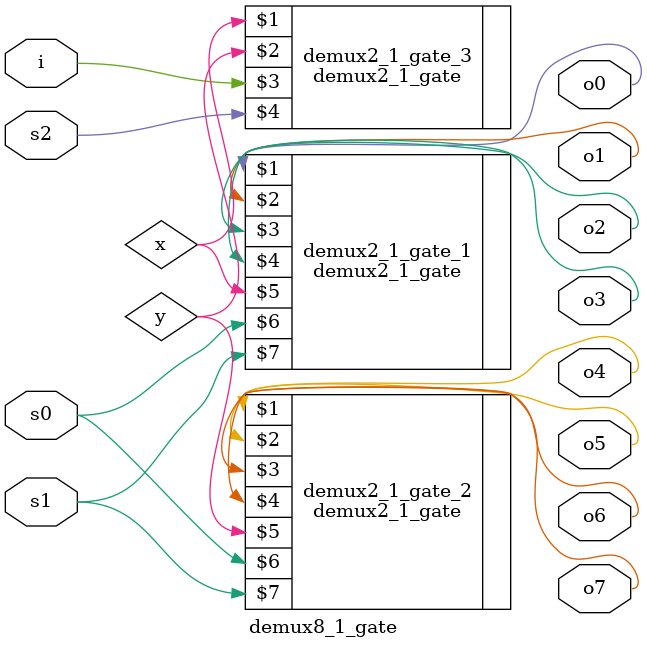
<source format=v>

module demux8_1_gate(o0,o1,o2,o3,o4,o5,o6,o7,i,s0,s1,s2);
input i,s0,s1,s2;
output o0,o1,o2,o3,o4,o5,o6,o7;
wire x,y;
demux2_1_gate demux2_1_gate_3(x,y,i,s2);
demux2_1_gate demux2_1_gate_1(o0,o1,o2,o3,x,s0,s1);
demux2_1_gate demux2_1_gate_2(o4,o5,o6,o7,y,s0,s1);
endmodule

</source>
